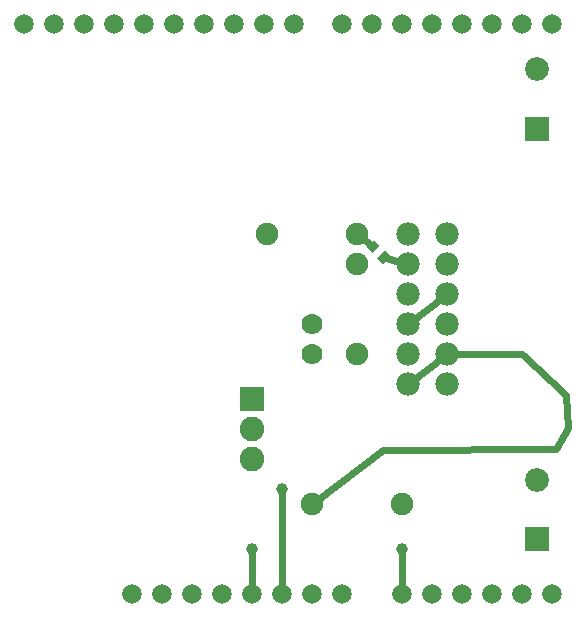
<source format=gtl>
G04 MADE WITH FRITZING*
G04 WWW.FRITZING.ORG*
G04 DOUBLE SIDED*
G04 HOLES PLATED*
G04 CONTOUR ON CENTER OF CONTOUR VECTOR*
%ASAXBY*%
%FSLAX23Y23*%
%MOIN*%
%OFA0B0*%
%SFA1.0B1.0*%
%ADD10C,0.078000*%
%ADD11C,0.039370*%
%ADD12C,0.079370*%
%ADD13C,0.065278*%
%ADD14C,0.082000*%
%ADD15C,0.075000*%
%ADD16C,0.070000*%
%ADD17R,0.079370X0.079370*%
%ADD18R,0.082000X0.082000*%
%ADD19C,0.024000*%
%LNCOPPER1*%
G90*
G70*
G54D10*
X1419Y1302D03*
X1419Y1202D03*
X1419Y1102D03*
X1419Y1002D03*
X1419Y902D03*
X1419Y802D03*
X1549Y1302D03*
X1549Y1202D03*
X1549Y1102D03*
X1549Y1002D03*
X1549Y902D03*
X1549Y802D03*
G54D11*
X899Y252D03*
X1399Y252D03*
X1000Y453D03*
G54D12*
X1849Y287D03*
X1849Y484D03*
X1849Y1655D03*
X1849Y1852D03*
G54D13*
X1499Y102D03*
X1599Y102D03*
X1699Y102D03*
X1799Y102D03*
X1899Y102D03*
X1039Y2002D03*
X939Y2002D03*
X839Y2002D03*
X739Y2002D03*
X639Y2002D03*
X539Y2002D03*
X439Y2002D03*
X339Y2002D03*
X239Y2002D03*
X139Y2002D03*
X1899Y2002D03*
X1799Y2002D03*
X1699Y2002D03*
X1599Y2002D03*
X1499Y2002D03*
X1399Y2002D03*
X1299Y2002D03*
X1199Y2002D03*
X599Y102D03*
X499Y102D03*
X699Y102D03*
X799Y102D03*
X899Y102D03*
X999Y102D03*
X1099Y102D03*
X1199Y102D03*
X1399Y102D03*
G54D14*
X899Y752D03*
X899Y652D03*
X899Y552D03*
G54D15*
X1099Y402D03*
X1399Y402D03*
X1249Y902D03*
X1249Y1202D03*
X1249Y1302D03*
X949Y1302D03*
G54D16*
X1099Y1002D03*
X1099Y902D03*
G54D17*
X1849Y287D03*
X1849Y1655D03*
G54D18*
X899Y752D03*
G54D19*
X1263Y1292D02*
X1297Y1267D01*
D02*
X1401Y1208D02*
X1349Y1223D01*
D02*
X1534Y891D02*
X1434Y814D01*
D02*
X1434Y1014D02*
X1534Y1091D01*
D02*
X1799Y902D02*
X1568Y902D01*
D02*
X1914Y587D02*
X1953Y657D01*
D02*
X1338Y583D02*
X1914Y587D01*
D02*
X1948Y767D02*
X1799Y902D01*
D02*
X1953Y657D02*
X1948Y767D01*
D02*
X1113Y413D02*
X1338Y583D01*
D02*
X899Y244D02*
X899Y122D01*
D02*
X1000Y445D02*
X999Y122D01*
D02*
X1399Y244D02*
X1399Y122D01*
G36*
X1318Y1223D02*
X1343Y1248D01*
X1362Y1229D01*
X1337Y1204D01*
X1318Y1223D01*
G37*
D02*
G36*
X1282Y1260D02*
X1307Y1285D01*
X1326Y1265D01*
X1301Y1240D01*
X1282Y1260D01*
G37*
D02*
G04 End of Copper1*
M02*
</source>
